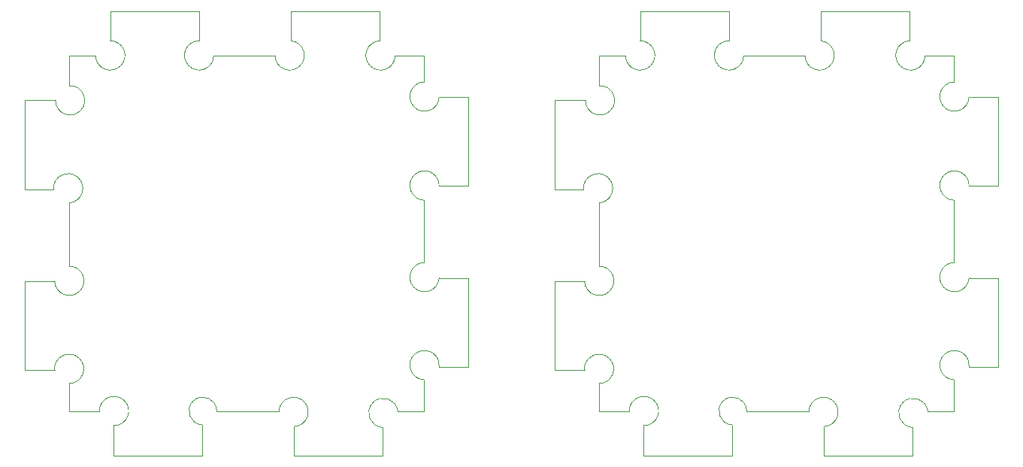
<source format=gbr>
G04 #@! TF.GenerationSoftware,KiCad,Pcbnew,(5.1.2-1)-1*
G04 #@! TF.CreationDate,2019-05-14T21:51:55-07:00*
G04 #@! TF.ProjectId,BoxSide3,426f7853-6964-4653-932e-6b696361645f,rev?*
G04 #@! TF.SameCoordinates,Original*
G04 #@! TF.FileFunction,Profile,NP*
%FSLAX46Y46*%
G04 Gerber Fmt 4.6, Leading zero omitted, Abs format (unit mm)*
G04 Created by KiCad (PCBNEW (5.1.2-1)-1) date 2019-05-14 21:51:55*
%MOMM*%
%LPD*%
G04 APERTURE LIST*
%ADD10C,0.050800*%
G04 APERTURE END LIST*
D10*
X189092222Y-66970476D02*
X185785065Y-66970476D01*
X179092233Y-40261656D02*
X179092233Y-36970476D01*
X184092223Y-44894537D02*
X184092223Y-41970476D01*
X139092242Y-67323256D02*
X139092242Y-77323246D01*
X142476836Y-67323256D02*
X139092242Y-67323256D01*
X144092233Y-65637811D02*
G75*
G02X142476836Y-67323256I35235J-1650623D01*
G01*
X142461524Y-77323246D02*
G75*
G02X144092232Y-78849629I1646297J124544D01*
G01*
X139092242Y-77323246D02*
X142461525Y-77323246D01*
X189092222Y-76970476D02*
X189092222Y-66970476D01*
X147092868Y-41970476D02*
X144092232Y-41970476D01*
X148739453Y-40259003D02*
G75*
G02X147092868Y-41970476I3307J-1650997D01*
G01*
X189092222Y-46617696D02*
X185786199Y-46617696D01*
X184092223Y-41970476D02*
X180835739Y-41970476D01*
X185786503Y-56617687D02*
X189092222Y-56617687D01*
X158739442Y-40259033D02*
X158739442Y-36970476D01*
X169092234Y-40265030D02*
G75*
G02X167301369Y-41970476I-140973J-1644970D01*
G01*
X167301369Y-41970476D02*
X160399892Y-41970476D01*
X148739452Y-36970476D02*
X148739452Y-40259003D01*
X184092223Y-81970466D02*
X184092223Y-78427743D01*
X144092233Y-45319726D02*
G75*
G02X142562170Y-46970476I120932J-1646565D01*
G01*
X142354656Y-56970466D02*
G75*
G02X144092232Y-58516754I1647829J102271D01*
G01*
X184092223Y-58202577D02*
G75*
G02X185786503Y-56617686I44580J1650398D01*
G01*
X179445013Y-83799675D02*
G75*
G02X181143111Y-81970466I56851J1650021D01*
G01*
X169092232Y-36970476D02*
X169092232Y-40265029D01*
X142562170Y-46970476D02*
X139092242Y-46970476D01*
X144092232Y-58516754D02*
X144092232Y-65637810D01*
X184092223Y-65225042D02*
X184092223Y-58202577D01*
X181143111Y-81970466D02*
X184092223Y-81970466D01*
X160737028Y-81970466D02*
X167739933Y-81970466D01*
X159092222Y-83502960D02*
G75*
G02X160737028Y-81970466I79138J1563984D01*
G01*
X158739442Y-36970476D02*
X148739452Y-36970476D01*
X179092233Y-36970476D02*
X169092232Y-36970476D01*
X185776468Y-76970476D02*
X189092222Y-76970476D01*
X179445012Y-86970465D02*
X179445012Y-83799675D01*
X169445013Y-86970465D02*
X179445012Y-86970465D01*
X185785065Y-66970476D02*
G75*
G02X184092222Y-65225042I-1648262J95036D01*
G01*
X180835739Y-41970477D02*
G75*
G02X179092232Y-40261656I-1649892J60477D01*
G01*
X144092232Y-41970476D02*
X144092232Y-45319726D01*
X185786199Y-46617696D02*
G75*
G02X184092222Y-44894537I-1649396J72761D01*
G01*
X184092223Y-78427743D02*
G75*
G02X185776468Y-76970476I44580J1650398D01*
G01*
X139092242Y-56970466D02*
X142354655Y-56970466D01*
X139092242Y-46970476D02*
X139092242Y-56970466D01*
X169445013Y-83694374D02*
X169445013Y-86970465D01*
X167739932Y-81970466D02*
G75*
G02X169445012Y-83694374I1649348J-73849D01*
G01*
X189092222Y-56617687D02*
X189092222Y-46617696D01*
X159092223Y-86970465D02*
X159092223Y-83502959D01*
X149092232Y-86970465D02*
X159092223Y-86970465D01*
X144092232Y-81970466D02*
X147513413Y-81970466D01*
X144092232Y-78849629D02*
X144092232Y-81970466D01*
X149092232Y-83588411D02*
X149092232Y-86970465D01*
X147513412Y-81970466D02*
G75*
G02X149092232Y-83588411I1650701J31490D01*
G01*
X160399893Y-41970477D02*
G75*
G02X158739442Y-40259033I-1649893J60477D01*
G01*
X129402222Y-66970476D02*
X126095065Y-66970476D01*
X119402233Y-40261656D02*
X119402233Y-36970476D01*
X124402223Y-44894537D02*
X124402223Y-41970476D01*
X79402242Y-67323256D02*
X79402242Y-77323246D01*
X82786836Y-67323256D02*
X79402242Y-67323256D01*
X84402233Y-65637811D02*
G75*
G02X82786836Y-67323256I35235J-1650623D01*
G01*
X82771524Y-77323246D02*
G75*
G02X84402232Y-78849629I1646297J124544D01*
G01*
X79402242Y-77323246D02*
X82771525Y-77323246D01*
X129402222Y-76970476D02*
X129402222Y-66970476D01*
X87402868Y-41970476D02*
X84402232Y-41970476D01*
X89049453Y-40259003D02*
G75*
G02X87402868Y-41970476I3307J-1650997D01*
G01*
X129402222Y-46617696D02*
X126096199Y-46617696D01*
X124402223Y-41970476D02*
X121145739Y-41970476D01*
X126096503Y-56617687D02*
X129402222Y-56617687D01*
X99049442Y-40259033D02*
X99049442Y-36970476D01*
X109402234Y-40265030D02*
G75*
G02X107611369Y-41970476I-140973J-1644970D01*
G01*
X107611369Y-41970476D02*
X100709892Y-41970476D01*
X89049452Y-36970476D02*
X89049452Y-40259003D01*
X124402223Y-81970466D02*
X124402223Y-78427743D01*
X84402233Y-45319726D02*
G75*
G02X82872170Y-46970476I120932J-1646565D01*
G01*
X82664656Y-56970466D02*
G75*
G02X84402232Y-58516754I1647829J102271D01*
G01*
X124402223Y-58202577D02*
G75*
G02X126096503Y-56617686I44580J1650398D01*
G01*
X119755013Y-83799675D02*
G75*
G02X121453111Y-81970466I56851J1650021D01*
G01*
X109402232Y-36970476D02*
X109402232Y-40265029D01*
X82872170Y-46970476D02*
X79402242Y-46970476D01*
X84402232Y-58516754D02*
X84402232Y-65637810D01*
X124402223Y-65225042D02*
X124402223Y-58202577D01*
X121453111Y-81970466D02*
X124402223Y-81970466D01*
X101047028Y-81970466D02*
X108049933Y-81970466D01*
X99402222Y-83502960D02*
G75*
G02X101047028Y-81970466I79138J1563984D01*
G01*
X99049442Y-36970476D02*
X89049452Y-36970476D01*
X119402233Y-36970476D02*
X109402232Y-36970476D01*
X126086468Y-76970476D02*
X129402222Y-76970476D01*
X119755012Y-86970465D02*
X119755012Y-83799675D01*
X109755013Y-86970465D02*
X119755012Y-86970465D01*
X126095065Y-66970476D02*
G75*
G02X124402222Y-65225042I-1648262J95036D01*
G01*
X121145739Y-41970477D02*
G75*
G02X119402232Y-40261656I-1649892J60477D01*
G01*
X84402232Y-41970476D02*
X84402232Y-45319726D01*
X126096199Y-46617696D02*
G75*
G02X124402222Y-44894537I-1649396J72761D01*
G01*
X124402223Y-78427743D02*
G75*
G02X126086468Y-76970476I44580J1650398D01*
G01*
X79402242Y-56970466D02*
X82664655Y-56970466D01*
X79402242Y-46970476D02*
X79402242Y-56970466D01*
X109755013Y-83694374D02*
X109755013Y-86970465D01*
X108049932Y-81970466D02*
G75*
G02X109755012Y-83694374I1649348J-73849D01*
G01*
X129402222Y-56617687D02*
X129402222Y-46617696D01*
X99402223Y-86970465D02*
X99402223Y-83502959D01*
X89402232Y-86970465D02*
X99402223Y-86970465D01*
X84402232Y-81970466D02*
X87823413Y-81970466D01*
X84402232Y-78849629D02*
X84402232Y-81970466D01*
X89402232Y-83588411D02*
X89402232Y-86970465D01*
X87823412Y-81970466D02*
G75*
G02X89402232Y-83588411I1650701J31490D01*
G01*
X100709893Y-41970477D02*
G75*
G02X99049442Y-40259033I-1649893J60477D01*
G01*
M02*

</source>
